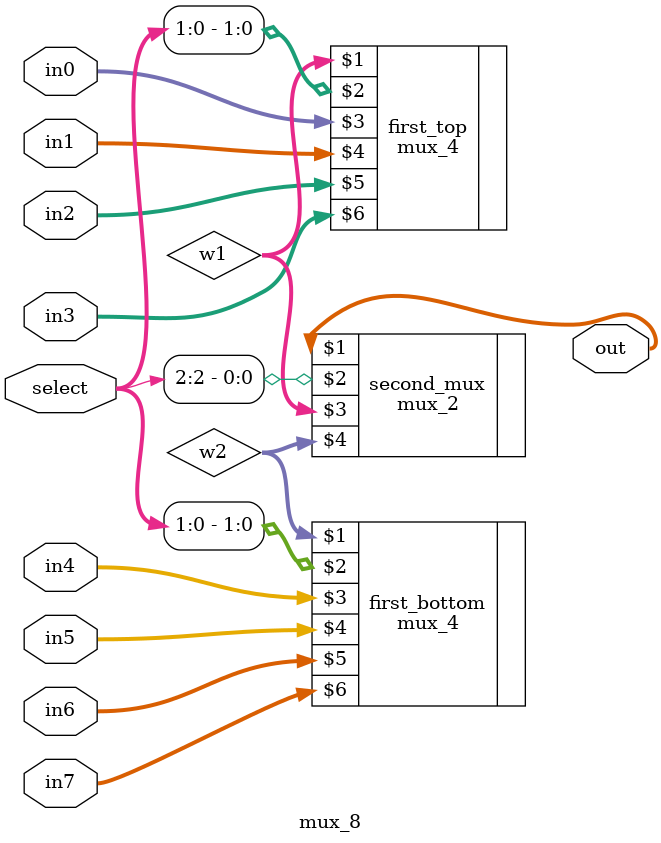
<source format=v>
module mux_8(out, select, in0, in1, in2, in3, in4, in5, in6, in7);
    input [2:0] select;
    input [31:0] in0, in1, in2, in3, in4, in5, in6, in7;

    output [31:0] out;

    wire [31: 0] w1, w2;

    mux_4 first_top(w1, select[1:0], in0, in1, in2, in3);
    mux_4 first_bottom(w2, select[1:0], in4, in5, in6, in7);
    mux_2 second_mux(out, select[2], w1, w2);

endmodule
</source>
